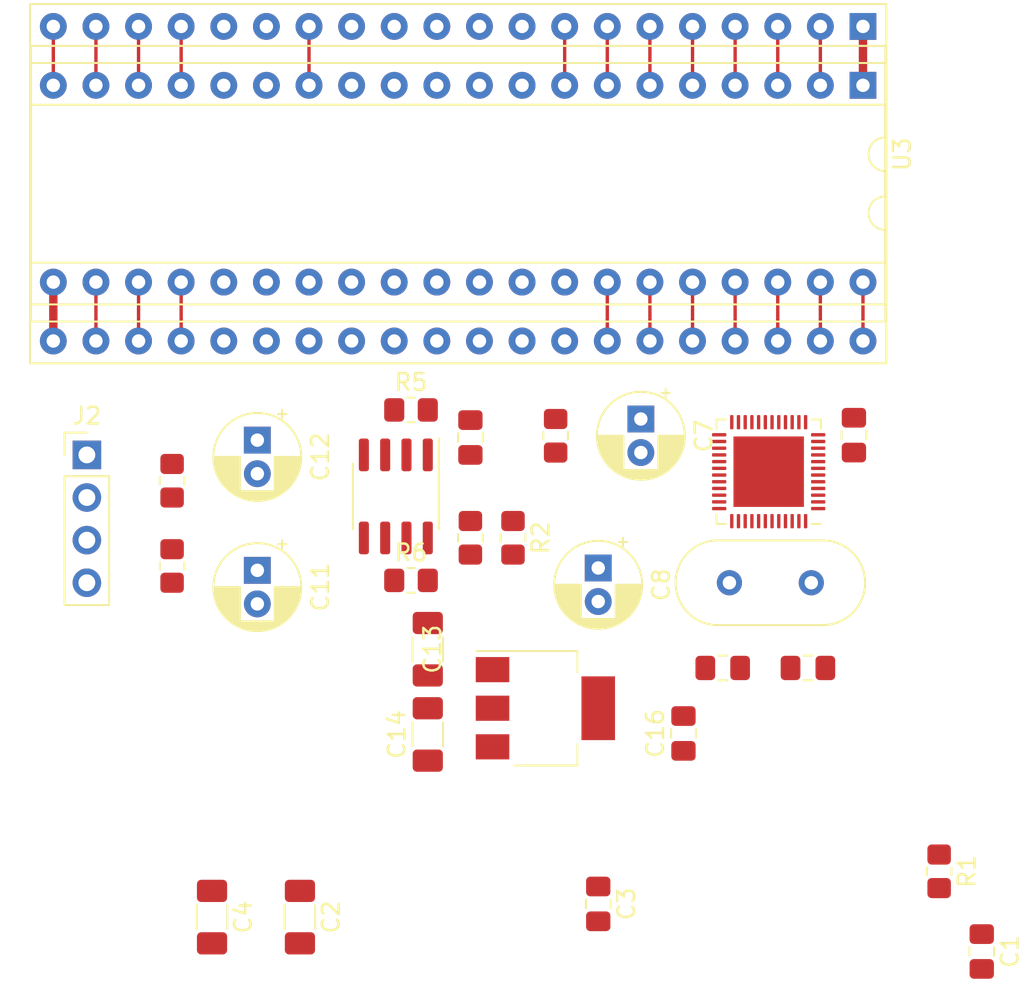
<source format=kicad_pcb>
(kicad_pcb (version 20221018) (generator pcbnew)
  (layers (0 "F.Cu" signal) (31 "B.Cu" signal) (34 "B.Paste" user) (35 "F.Paste" user) (36 "B.SilkS" user "B.Silkscreen") (37 "F.SilkS" user "F.Silkscreen") (38 "B.Mask" user) (39 "F.Mask" user) (44 "Edge.Cuts" user))
  (net 0 "")
  (net 1 "Net-(U2-VCM)")
  (net 2 "GND")
  (net 3 "Net-(U2-OUTVC12)")
  (net 4 "Net-(U2-X1)")
  (net 5 "Net-(U2-X2)")
  (net 6 "Net-(U2-AOUTL)")
  (net 7 "Net-(C7-Pad2)")
  (net 8 "Net-(U2-AOUTR)")
  (net 9 "Net-(C8-Pad2)")
  (net 10 "Net-(U1A-+)")
  (net 11 "GNDA")
  (net 12 "Net-(C11-Pad1)")
  (net 13 "Net-(J2-Pin_4)")
  (net 14 "Net-(C12-Pad1)")
  (net 15 "Net-(J2-Pin_1)")
  (net 16 "+5VA")
  (net 17 "+3.3V")
  (net 18 "/D1")
  (net 19 "/D2")
  (net 20 "/D3")
  (net 21 "/D4")
  (net 22 "/D5")
  (net 23 "/D6")
  (net 24 "/D7")
  (net 30 "/IOA2")
  (net 33 "/C")
  (net 34 "/B")
  (net 35 "/A")
  (net 36 "/SH")
  (net 37 "/OP-O")
  (net 38 "/{slash}RES")
  (net 48 "/{slash}CS")
  (net 49 "/{slash}WR")
  (net 50 "/{slash}RD")
  (net 51 "/A0")
  (net 52 "/M")
  (net 53 "/D0")
  (net 54 "Net-(U1A--)")
  (net 55 "Net-(U1B--)")
  (footprint "Resistor_SMD:R_0805_2012Metric_Pad1.20x1.40mm_HandSolder" (layer "F.Cu") (at 93.98 73.22 -90)
    (fp_text reference "R1" (at 0 -1.65 90) (layer "F.SilkS"))
    (fp_text value "10k")
    (pad "1" smd roundrect (at -1 0 270) (size 1.2 1.4) (layers "F.Cu" "F.Paste" "F.Mask") (roundrect_rratio 0.208333) (net 54 "Net-(U1A--)"))
    (pad "2" smd roundrect (at 1 0 270) (size 1.2 1.4) (layers "F.Cu" "F.Paste" "F.Mask") (roundrect_rratio 0.208333) (net 7 "Net-(C7-Pad2)"))
  )
  (footprint "Resistor_SMD:R_0805_2012Metric_Pad1.20x1.40mm_HandSolder" (layer "F.Cu") (at 48.26 49.94 90)
    (fp_text reference "R8" hide)
    (fp_text value "47k")
    (pad "1" smd roundrect (at -1 0 90) (size 1.2 1.4) (layers "F.Cu" "F.Paste" "F.Mask") (roundrect_rratio 0.208333) (net 11 "GNDA"))
    (pad "2" smd roundrect (at 1 0 90) (size 1.2 1.4) (layers "F.Cu" "F.Paste" "F.Mask") (roundrect_rratio 0.208333) (net 15 "Net-(J2-Pin_1)"))
  )
  (footprint "Resistor_SMD:R_0805_2012Metric_Pad1.20x1.40mm_HandSolder" (layer "F.Cu") (at 66.04 53.34 -90)
    (fp_text reference "R4" hide)
    (fp_text value "27k")
    (pad "1" smd roundrect (at -1 0 270) (size 1.2 1.4) (layers "F.Cu" "F.Paste" "F.Mask") (roundrect_rratio 0.208333) (net 10 "Net-(U1A-+)"))
    (pad "2" smd roundrect (at 1 0 270) (size 1.2 1.4) (layers "F.Cu" "F.Paste" "F.Mask") (roundrect_rratio 0.208333) (net 11 "GNDA"))
  )
  (footprint "Resistor_SMD:R_0805_2012Metric_Pad1.20x1.40mm_HandSolder" (layer "F.Cu") (at 48.26 55.02 -90)
    (fp_text reference "R7" hide)
    (fp_text value "47k")
    (pad "1" smd roundrect (at -1 0 270) (size 1.2 1.4) (layers "F.Cu" "F.Paste" "F.Mask") (roundrect_rratio 0.208333) (net 11 "GNDA"))
    (pad "2" smd roundrect (at 1 0 270) (size 1.2 1.4) (layers "F.Cu" "F.Paste" "F.Mask") (roundrect_rratio 0.208333) (net 13 "Net-(J2-Pin_4)"))
  )
  (footprint "Capacitor_SMD:C_0805_2012Metric_Pad1.18x1.45mm_HandSolder" (layer "F.Cu") (at 73.66 75.1625 -90)
    (fp_text reference "C3" (at 0 -1.68 90) (layer "F.SilkS"))
    (fp_text value "100n")
    (pad "1" smd roundrect (at -1.0375 0 270) (size 1.175 1.45) (layers "F.Cu" "F.Paste" "F.Mask") (roundrect_rratio 0.212766) (net 3 "Net-(U2-OUTVC12)"))
    (pad "2" smd roundrect (at 1.0375 0 270) (size 1.175 1.45) (layers "F.Cu" "F.Paste" "F.Mask") (roundrect_rratio 0.212766) (net 2 "GND"))
  )
  (footprint "Capacitor_THT:CP_Radial_D5.0mm_P2.00mm" (layer "F.Cu") (at 53.34 47.52 -90)
    (fp_text reference "C12" (at 1 -3.75 -90) (layer "F.SilkS"))
    (fp_text value "10u")
    (pad "1" thru_hole rect (at 0 0 270) (size 1.6 1.6) (drill 0.8) (layers "*.Cu" "*.Mask") (net 14 "Net-(C12-Pad1)"))
    (pad "2" thru_hole circle (at 2 0 270) (size 1.6 1.6) (drill 0.8) (layers "*.Cu" "*.Mask") (net 15 "Net-(J2-Pin_1)"))
  )
  (footprint "Package_DFN_QFN:QFN-48-1EP_6x6mm_P0.4mm_EP4.2x4.2mm" (layer "F.Cu") (at 83.82 49.4 180)
    (fp_text reference "U2" hide)
    (fp_text value "SAM2695")
    (pad "1" smd roundrect (at -2.95 -2.2 180) (size 0.85 0.2) (layers "F.Cu" "F.Paste" "F.Mask") (net 6 "Net-(U2-AOUTL)"))
    (pad "2" smd roundrect (at -2.95 -1.8 180) (size 0.85 0.2) (layers "F.Cu" "F.Paste" "F.Mask") (net 8 "Net-(U2-AOUTR)"))
    (pad "3" smd roundrect (at -2.95 -1.4 180) (size 0.85 0.2) (layers "F.Cu" "F.Paste" "F.Mask"))
    (pad "4" smd roundrect (at -2.95 -1 180) (size 0.85 0.2) (layers "F.Cu" "F.Paste" "F.Mask") (net 11 "GNDA"))
    (pad "5" smd roundrect (at -2.95 -0.6 180) (size 0.85 0.2) (layers "F.Cu" "F.Paste" "F.Mask") (net 1 "Net-(U2-VCM)"))
    (pad "6" smd roundrect (at -2.95 -0.2 180) (size 0.85 0.2) (layers "F.Cu" "F.Paste" "F.Mask") (net 17 "+3.3V"))
    (pad "7" smd roundrect (at -2.95 0.2 180) (size 0.85 0.2) (layers "F.Cu" "F.Paste" "F.Mask") (net 11 "GNDA"))
    (pad "8" smd roundrect (at -2.95 0.6 180) (size 0.85 0.2) (layers "F.Cu" "F.Paste" "F.Mask") (net 17 "+3.3V"))
    (pad "9" smd roundrect (at -2.95 1 180) (size 0.85 0.2) (layers "F.Cu" "F.Paste" "F.Mask") (net 2 "GND"))
    (pad "10" smd roundrect (at -2.95 1.4 180) (size 0.85 0.2) (layers "F.Cu" "F.Paste" "F.Mask") (net 2 "GND"))
    (pad "11" smd roundrect (at -2.95 1.8 180) (size 0.85 0.2) (layers "F.Cu" "F.Paste" "F.Mask") (net 17 "+3.3V"))
    (pad "12" smd roundrect (at -2.95 2.2 180) (size 0.85 0.2) (layers "F.Cu" "F.Paste" "F.Mask") (net 17 "+3.3V"))
    (pad "13" smd roundrect (at -2.2 2.95 180) (size 0.2 0.85) (layers "F.Cu" "F.Paste" "F.Mask") (net 2 "GND"))
    (pad "14" smd roundrect (at -1.8 2.95 180) (size 0.2 0.85) (layers "F.Cu" "F.Paste" "F.Mask") (net 2 "GND"))
    (pad "15" smd roundrect (at -1.4 2.95 180) (size 0.2 0.85) (layers "F.Cu" "F.Paste" "F.Mask") (net 2 "GND"))
    (pad "16" smd roundrect (at -1 2.95 180) (size 0.2 0.85) (layers "F.Cu" "F.Paste" "F.Mask") (net 30 "/IOA2"))
    (pad "17" smd roundrect (at -0.6 2.95 180) (size 0.2 0.85) (layers "F.Cu" "F.Paste" "F.Mask"))
    (pad "18" smd roundrect (at -0.2 2.95 180) (size 0.2 0.85) (layers "F.Cu" "F.Paste" "F.Mask") (net 2 "GND"))
    (pad "19" smd roundrect (at 0.2 2.95 180) (size 0.2 0.85) (layers "F.Cu" "F.Paste" "F.Mask"))
    (pad "20" smd roundrect (at 0.6 2.95 180) (size 0.2 0.85) (layers "F.Cu" "F.Paste" "F.Mask") (net 17 "+3.3V"))
    (pad "21" smd roundrect (at 1 2.95 180) (size 0.2 0.85) (layers "F.Cu" "F.Paste" "F.Mask"))
    (pad "22" smd roundrect (at 1.4 2.95 180) (size 0.2 0.85) (layers "F.Cu" "F.Paste" "F.Mask"))
    (pad "23" smd roundrect (at 1.8 2.95 180) (size 0.2 0.85) (layers "F.Cu" "F.Paste" "F.Mask"))
    (pad "24" smd roundrect (at 2.2 2.95 180) (size 0.2 0.85) (layers "F.Cu" "F.Paste" "F.Mask"))
    (pad "25" smd roundrect (at 2.95 2.2 180) (size 0.85 0.2) (layers "F.Cu" "F.Paste" "F.Mask") (net 2 "GND"))
    (pad "26" smd roundrect (at 2.95 1.8 180) (size 0.85 0.2) (layers "F.Cu" "F.Paste" "F.Mask"))
    (pad "27" smd roundrect (at 2.95 1.4 180) (size 0.85 0.2) (layers "F.Cu" "F.Paste" "F.Mask"))
    (pad "28" smd roundrect (at 2.95 1 180) (size 0.85 0.2) (layers "F.Cu" "F.Paste" "F.Mask"))
    (pad "29" smd roundrect (at 2.95 0.6 180) (size 0.85 0.2) (layers "F.Cu" "F.Paste" "F.Mask"))
    (pad "30" smd roundrect (at 2.95 0.2 180) (size 0.85 0.2) (layers "F.Cu" "F.Paste" "F.Mask"))
    (pad "31" smd roundrect (at 2.95 -0.2 180) (size 0.85 0.2) (layers "F.Cu" "F.Paste" "F.Mask") (net 17 "+3.3V"))
    (pad "32" smd roundrect (at 2.95 -0.6 180) (size 0.85 0.2) (layers "F.Cu" "F.Paste" "F.Mask"))
    (pad "33" smd roundrect (at 2.95 -1 180) (size 0.85 0.2) (layers "F.Cu" "F.Paste" "F.Mask"))
    (pad "34" smd roundrect (at 2.95 -1.4 180) (size 0.85 0.2) (layers "F.Cu" "F.Paste" "F.Mask") (net 3 "Net-(U2-OUTVC12)"))
    (pad "35" smd roundrect (at 2.95 -1.8 180) (size 0.85 0.2) (layers "F.Cu" "F.Paste" "F.Mask") (net 17 "+3.3V"))
    (pad "36" smd roundrect (at 2.95 -2.2 180) (size 0.85 0.2) (layers "F.Cu" "F.Paste" "F.Mask") (net 2 "GND"))
    (pad "37" smd roundrect (at 2.2 -2.95 180) (size 0.2 0.85) (layers "F.Cu" "F.Paste" "F.Mask"))
    (pad "38" smd roundrect (at 1.8 -2.95 180) (size 0.2 0.85) (layers "F.Cu" "F.Paste" "F.Mask") (net 38 "/{slash}RES"))
    (pad "39" smd roundrect (at 1.4 -2.95 180) (size 0.2 0.85) (layers "F.Cu" "F.Paste" "F.Mask") (net 4 "Net-(U2-X1)"))
    (pad "40" smd roundrect (at 1 -2.95 180) (size 0.2 0.85) (layers "F.Cu" "F.Paste" "F.Mask") (net 5 "Net-(U2-X2)"))
    (pad "41" smd roundrect (at 0.6 -2.95 180) (size 0.2 0.85) (layers "F.Cu" "F.Paste" "F.Mask") (net 17 "+3.3V"))
    (pad "42" smd roundrect (at 0.2 -2.95 180) (size 0.2 0.85) (layers "F.Cu" "F.Paste" "F.Mask"))
    (pad "43" smd roundrect (at -0.2 -2.95 180) (size 0.2 0.85) (layers "F.Cu" "F.Paste" "F.Mask"))
    (pad "44" smd roundrect (at -0.6 -2.95 180) (size 0.2 0.85) (layers "F.Cu" "F.Paste" "F.Mask"))
    (pad "45" smd roundrect (at -1 -2.95 180) (size 0.2 0.85) (layers "F.Cu" "F.Paste" "F.Mask") (net 2 "GND"))
    (pad "46" smd roundrect (at -1.4 -2.95 180) (size 0.2 0.85) (layers "F.Cu" "F.Paste" "F.Mask") (net 17 "+3.3V"))
    (pad "47" smd roundrect (at -1.8 -2.95 180) (size 0.2 0.85) (layers "F.Cu" "F.Paste" "F.Mask") (net 17 "+3.3V"))
    (pad "48" smd roundrect (at -2.2 -2.95 180) (size 0.2 0.85) (layers "F.Cu" "F.Paste" "F.Mask") (net 2 "GND"))
    (pad "49" smd rect (at 0 0 180) (size 4.2 4.2) (layers "F.Cu" "F.Mask") (net 2 "GND"))
  )
  (footprint "Capacitor_SMD:C_1206_3216Metric_Pad1.33x1.80mm_HandSolder" (layer "F.Cu") (at 50.64 75.95 -90)
    (fp_text reference "C4" (at 0 -1.85 90) (layer "F.SilkS"))
    (fp_text value "10u")
    (pad "1" smd roundrect (at -1.5625 0 270) (size 1.325 1.8) (layers "F.Cu" "F.Paste" "F.Mask") (roundrect_rratio 0.188679) (net 3 "Net-(U2-OUTVC12)"))
    (pad "2" smd roundrect (at 1.5625 0 270) (size 1.325 1.8) (layers "F.Cu" "F.Paste" "F.Mask") (roundrect_rratio 0.188679) (net 2 "GND"))
  )
  (footprint "Capacitor_SMD:C_1206_3216Metric_Pad1.33x1.80mm_HandSolder" (layer "F.Cu") (at 63.5 59.9825 90)
    (fp_text reference "C13" (at 0 0.28 90) (layer "F.SilkS"))
    (fp_text value "10u")
    (pad "1" smd roundrect (at -1.5625 0 90) (size 1.325 1.8) (layers "F.Cu" "F.Paste" "F.Mask") (roundrect_rratio 0.188679) (net 16 "+5VA"))
    (pad "2" smd roundrect (at 1.5625 0 90) (size 1.325 1.8) (layers "F.Cu" "F.Paste" "F.Mask") (roundrect_rratio 0.188679) (net 2 "GND"))
  )
  (footprint "Resistor_SMD:R_0805_2012Metric_Pad1.20x1.40mm_HandSolder" (layer "F.Cu") (at 62.5 45.72)
    (fp_text reference "R5" (at 0 -1.65) (layer "F.SilkS"))
    (fp_text value "10K")
    (pad "1" smd roundrect (at -1 0) (size 1.2 1.4) (layers "F.Cu" "F.Paste" "F.Mask") (roundrect_rratio 0.208333) (net 54 "Net-(U1A--)"))
    (pad "2" smd roundrect (at 1 0) (size 1.2 1.4) (layers "F.Cu" "F.Paste" "F.Mask") (roundrect_rratio 0.208333) (net 12 "Net-(C11-Pad1)"))
  )
  (footprint "Capacitor_SMD:C_0805_2012Metric_Pad1.18x1.45mm_HandSolder" (layer "F.Cu") (at 96.52 78 -90)
    (fp_text reference "C1" (at 0 -1.68 90) (layer "F.SilkS"))
    (fp_text value "100n")
    (pad "1" smd roundrect (at -1.0375 0 270) (size 1.175 1.45) (layers "F.Cu" "F.Paste" "F.Mask") (roundrect_rratio 0.212766) (net 1 "Net-(U2-VCM)"))
    (pad "2" smd roundrect (at 1.0375 0 270) (size 1.175 1.45) (layers "F.Cu" "F.Paste" "F.Mask") (roundrect_rratio 0.212766) (net 2 "GND"))
  )
  (footprint "Capacitor_SMD:C_1206_3216Metric_Pad1.33x1.80mm_HandSolder" (layer "F.Cu") (at 63.5 65.0625 90)
    (fp_text reference "C14" (at 0 -1.85 90) (layer "F.SilkS"))
    (fp_text value "10u")
    (pad "1" smd roundrect (at -1.5625 0 90) (size 1.325 1.8) (layers "F.Cu" "F.Paste" "F.Mask") (roundrect_rratio 0.188679) (net 17 "+3.3V"))
    (pad "2" smd roundrect (at 1.5625 0 90) (size 1.325 1.8) (layers "F.Cu" "F.Paste" "F.Mask") (roundrect_rratio 0.188679) (net 2 "GND"))
  )
  (footprint "Capacitor_SMD:C_0805_2012Metric_Pad1.18x1.45mm_HandSolder" (layer "F.Cu") (at 81.08 61.1)
    (fp_text reference "C5" hide)
    (fp_text value "22p")
    (pad "1" smd roundrect (at -1.0375 0) (size 1.175 1.45) (layers "F.Cu" "F.Paste" "F.Mask") (roundrect_rratio 0.212766) (net 4 "Net-(U2-X1)"))
    (pad "2" smd roundrect (at 1.0375 0) (size 1.175 1.45) (layers "F.Cu" "F.Paste" "F.Mask") (roundrect_rratio 0.212766) (net 2 "GND"))
  )
  (footprint "Package_DIP:DIP-40_W15.24mm_Socket" (layer "F.Cu") (at 89.44 26.37 -90)
    (fp_text reference "J1" hide)
    (fp_text value "YM2203_Conn" hide)
    (pad "1" thru_hole rect (at 0 0 270) (size 1.6 1.6) (drill 0.8) (layers "*.Cu" "*.Mask") (net 2 "GND"))
    (pad "2" thru_hole oval (at 0 2.54 270) (size 1.6 1.6) (drill 0.8) (layers "*.Cu" "*.Mask") (net 18 "/D1"))
    (pad "3" thru_hole oval (at 0 5.08 270) (size 1.6 1.6) (drill 0.8) (layers "*.Cu" "*.Mask") (net 19 "/D2"))
    (pad "4" thru_hole oval (at 0 7.62 270) (size 1.6 1.6) (drill 0.8) (layers "*.Cu" "*.Mask") (net 20 "/D3"))
    (pad "5" thru_hole oval (at 0 10.16 270) (size 1.6 1.6) (drill 0.8) (layers "*.Cu" "*.Mask") (net 21 "/D4"))
    (pad "6" thru_hole oval (at 0 12.7 270) (size 1.6 1.6) (drill 0.8) (layers "*.Cu" "*.Mask") (net 22 "/D5"))
    (pad "7" thru_hole oval (at 0 15.24 270) (size 1.6 1.6) (drill 0.8) (layers "*.Cu" "*.Mask") (net 23 "/D6"))
    (pad "8" thru_hole oval (at 0 17.78 270) (size 1.6 1.6) (drill 0.8) (layers "*.Cu" "*.Mask") (net 24 "/D7"))
    (pad "9" thru_hole oval (at 0 20.32 270) (size 1.6 1.6) (drill 0.8) (layers "*.Cu" "*.Mask"))
    (pad "10" thru_hole oval (at 0 22.86 270) (size 1.6 1.6) (drill 0.8) (layers "*.Cu" "*.Mask"))
    (pad "11" thru_hole oval (at 0 25.4 270) (size 1.6 1.6) (drill 0.8) (layers "*.Cu" "*.Mask"))
    (pad "12" thru_hole oval (at 0 27.94 270) (size 1.6 1.6) (drill 0.8) (layers "*.Cu" "*.Mask"))
    (pad "13" thru_hole oval (at 0 30.48 270) (size 1.6 1.6) (drill 0.8) (layers "*.Cu" "*.Mask"))
    (pad "14" thru_hole oval (at 0 33.02 270) (size 1.6 1.6) (drill 0.8) (layers "*.Cu" "*.Mask") (net 30 "/IOA2"))
    (pad "15" thru_hole oval (at 0 35.56 270) (size 1.6 1.6) (drill 0.8) (layers "*.Cu" "*.Mask"))
    (pad "16" thru_hole oval (at 0 38.1 270) (size 1.6 1.6) (drill 0.8) (layers "*.Cu" "*.Mask"))
    (pad "17" thru_hole oval (at 0 40.64 270) (size 1.6 1.6) (drill 0.8) (layers "*.Cu" "*.Mask") (net 11 "GNDA"))
    (pad "18" thru_hole oval (at 0 43.18 270) (size 1.6 1.6) (drill 0.8) (layers "*.Cu" "*.Mask") (net 33 "/C"))
    (pad "19" thru_hole oval (at 0 45.72 270) (size 1.6 1.6) (drill 0.8) (layers "*.Cu" "*.Mask") (net 34 "/B"))
    (pad "20" thru_hole oval (at 0 48.26 270) (size 1.6 1.6) (drill 0.8) (layers "*.Cu" "*.Mask") (net 35 "/A"))
    (pad "21" thru_hole oval (at 15.24 48.26 270) (size 1.6 1.6) (drill 0.8) (layers "*.Cu" "*.Mask") (net 16 "+5VA"))
    (pad "22" thru_hole oval (at 15.24 45.72 270) (size 1.6 1.6) (drill 0.8) (layers "*.Cu" "*.Mask") (net 36 "/SH"))
    (pad "23" thru_hole oval (at 15.24 43.18 270) (size 1.6 1.6) (drill 0.8) (layers "*.Cu" "*.Mask") (net 37 "/OP-O"))
    (pad "24" thru_hole oval (at 15.24 40.64 270) (size 1.6 1.6) (drill 0.8) (layers "*.Cu" "*.Mask") (net 38 "/{slash}RES"))
    (pad "25" thru_hole oval (at 15.24 38.1 270) (size 1.6 1.6) (drill 0.8) (layers "*.Cu" "*.Mask"))
    (pad "26" thru_hole oval (at 15.24 35.56 270) (size 1.6 1.6) (drill 0.8) (layers "*.Cu" "*.Mask"))
    (pad "27" thru_hole oval (at 15.24 33.02 270) (size 1.6 1.6) (drill 0.8) (layers "*.Cu" "*.Mask"))
    (pad "28" thru_hole oval (at 15.24 30.48 270) (size 1.6 1.6) (drill 0.8) (layers "*.Cu" "*.Mask"))
    (pad "29" thru_hole oval (at 15.24 27.94 270) (size 1.6 1.6) (drill 0.8) (layers "*.Cu" "*.Mask"))
    (pad "30" thru_hole oval (at 15.24 25.4 270) (size 1.6 1.6) (drill 0.8) (layers "*.Cu" "*.Mask"))
    (pad "31" thru_hole oval (at 15.24 22.86 270) (size 1.6 1.6) (drill 0.8) (layers "*.Cu" "*.Mask"))
    (pad "32" thru_hole oval (at 15.24 20.32 270) (size 1.6 1.6) (drill 0.8) (layers "*.Cu" "*.Mask"))
    (pad "33" thru_hole oval (at 15.24 17.78 270) (size 1.6 1.6) (drill 0.8) (layers "*.Cu" "*.Mask"))
    (pad "34" thru_hole oval (at 15.24 15.24 270) (size 1.6 1.6) (drill 0.8) (layers "*.Cu" "*.Mask") (net 48 "/{slash}CS"))
    (pad "35" thru_hole oval (at 15.24 12.7 270) (size 1.6 1.6) (drill 0.8) (layers "*.Cu" "*.Mask") (net 49 "/{slash}WR"))
    (pad "36" thru_hole oval (at 15.24 10.16 270) (size 1.6 1.6) (drill 0.8) (layers "*.Cu" "*.Mask") (net 50 "/{slash}RD"))
    (pad "37" thru_hole oval (at 15.24 7.62 270) (size 1.6 1.6) (drill 0.8) (layers "*.Cu" "*.Mask") (net 51 "/A0"))
    (pad "38" thru_hole oval (at 15.24 5.08 270) (size 1.6 1.6) (drill 0.8) (layers "*.Cu" "*.Mask") (net 52 "/M"))
    (pad "39" thru_hole oval (at 15.24 2.54 270) (size 1.6 1.6) (drill 0.8) (layers "*.Cu" "*.Mask") (net 36 "/SH"))
    (pad "40" thru_hole oval (at 15.24 0 270) (size 1.6 1.6) (drill 0.8) (layers "*.Cu" "*.Mask") (net 53 "/D0"))
  )
  (footprint "Capacitor_SMD:C_1206_3216Metric_Pad1.33x1.80mm_HandSolder" (layer "F.Cu") (at 55.88 75.95 -90)
    (fp_text reference "C2" (at 0 -1.85 90) (layer "F.SilkS"))
    (fp_text value "10u")
    (pad "1" smd roundrect (at -1.5625 0 270) (size 1.325 1.8) (layers "F.Cu" "F.Paste" "F.Mask") (roundrect_rratio 0.188679) (net 1 "Net-(U2-VCM)"))
    (pad "2" smd roundrect (at 1.5625 0 270) (size 1.325 1.8) (layers "F.Cu" "F.Paste" "F.Mask") (roundrect_rratio 0.188679) (net 2 "GND"))
  )
  (footprint "Capacitor_SMD:C_0805_2012Metric_Pad1.18x1.45mm_HandSolder" (layer "F.Cu") (at 88.9 47.2225 -90)
    (fp_text reference "C15" hide)
    (fp_text value "100n")
    (pad "1" smd roundrect (at -1.0375 0 270) (size 1.175 1.45) (layers "F.Cu" "F.Paste" "F.Mask") (roundrect_rratio 0.212766) (net 17 "+3.3V"))
    (pad "2" smd roundrect (at 1.0375 0 270) (size 1.175 1.45) (layers "F.Cu" "F.Paste" "F.Mask") (roundrect_rratio 0.212766) (net 2 "GND"))
  )
  (footprint "Package_TO_SOT_SMD:SOT-223-3_TabPin2" (layer "F.Cu") (at 70.51 63.5)
    (fp_text reference "U4" hide)
    (fp_text value "1117-3.3")
    (pad "1" smd rect (at -3.15 -2.3) (size 2 1.5) (layers "F.Cu" "F.Paste" "F.Mask") (net 2 "GND"))
    (pad "2" smd rect (at -3.15 0) (size 2 1.5) (layers "F.Cu" "F.Paste" "F.Mask") (net 17 "+3.3V"))
    (pad "2" smd rect (at 3.15 0) (size 2 3.8) (layers "F.Cu" "F.Paste" "F.Mask") (net 17 "+3.3V"))
    (pad "3" smd rect (at -3.15 2.3) (size 2 1.5) (layers "F.Cu" "F.Paste" "F.Mask") (net 16 "+5VA"))
  )
  (footprint "Capacitor_THT:CP_Radial_D5.0mm_P2.00mm" (layer "F.Cu") (at 53.34 55.28 -90)
    (fp_text reference "C11" (at 1 -3.75 -90) (layer "F.SilkS"))
    (fp_text value "10u")
    (pad "1" thru_hole rect (at 0 0 270) (size 1.6 1.6) (drill 0.8) (layers "*.Cu" "*.Mask") (net 12 "Net-(C11-Pad1)"))
    (pad "2" thru_hole circle (at 2 0 270) (size 1.6 1.6) (drill 0.8) (layers "*.Cu" "*.Mask") (net 13 "Net-(J2-Pin_4)"))
  )
  (footprint "Resistor_SMD:R_0805_2012Metric_Pad1.20x1.40mm_HandSolder" (layer "F.Cu") (at 71.12 47.26 -90)
    (fp_text reference "R3" hide)
    (fp_text value "47k")
    (pad "1" smd roundrect (at -1 0 270) (size 1.2 1.4) (layers "F.Cu" "F.Paste" "F.Mask") (roundrect_rratio 0.208333) (net 10 "Net-(U1A-+)"))
    (pad "2" smd roundrect (at 1 0 270) (size 1.2 1.4) (layers "F.Cu" "F.Paste" "F.Mask") (roundrect_rratio 0.208333) (net 16 "+5VA"))
  )
  (footprint "Capacitor_THT:CP_Radial_D5.0mm_P2.00mm" (layer "F.Cu") (at 73.66 55.14 -90)
    (fp_text reference "C8" (at 1 -3.75 -90) (layer "F.SilkS"))
    (fp_text value "10u")
    (pad "1" thru_hole rect (at 0 0 270) (size 1.6 1.6) (drill 0.8) (layers "*.Cu" "*.Mask") (net 8 "Net-(U2-AOUTR)"))
    (pad "2" thru_hole circle (at 2 0 270) (size 1.6 1.6) (drill 0.8) (layers "*.Cu" "*.Mask") (net 9 "Net-(C8-Pad2)"))
  )
  (footprint "Resistor_SMD:R_0805_2012Metric_Pad1.20x1.40mm_HandSolder" (layer "F.Cu") (at 68.58 53.34 -90)
    (fp_text reference "R2" (at 0 -1.65 90) (layer "F.SilkS"))
    (fp_text value "10k")
    (pad "1" smd roundrect (at -1 0 270) (size 1.2 1.4) (layers "F.Cu" "F.Paste" "F.Mask") (roundrect_rratio 0.208333) (net 55 "Net-(U1B--)"))
    (pad "2" smd roundrect (at 1 0 270) (size 1.2 1.4) (layers "F.Cu" "F.Paste" "F.Mask") (roundrect_rratio 0.208333) (net 9 "Net-(C8-Pad2)"))
  )
  (footprint "Capacitor_SMD:C_0805_2012Metric_Pad1.18x1.45mm_HandSolder" (layer "F.Cu") (at 78.74 65.0025 90)
    (fp_text reference "C16" (at 0 -1.68 90) (layer "F.SilkS"))
    (fp_text value "100n")
    (pad "1" smd roundrect (at -1.0375 0 90) (size 1.175 1.45) (layers "F.Cu" "F.Paste" "F.Mask") (roundrect_rratio 0.212766) (net 17 "+3.3V"))
    (pad "2" smd roundrect (at 1.0375 0 90) (size 1.175 1.45) (layers "F.Cu" "F.Paste" "F.Mask") (roundrect_rratio 0.212766) (net 2 "GND"))
  )
  (footprint "Capacitor_SMD:C_0805_2012Metric_Pad1.18x1.45mm_HandSolder" (layer "F.Cu") (at 66.04 47.3625 90)
    (fp_text reference "C10" hide)
    (fp_text value "100n")
    (pad "1" smd roundrect (at -1.0375 0 90) (size 1.175 1.45) (layers "F.Cu" "F.Paste" "F.Mask") (roundrect_rratio 0.212766) (net 11 "GNDA"))
    (pad "2" smd roundrect (at 1.0375 0 90) (size 1.175 1.45) (layers "F.Cu" "F.Paste" "F.Mask") (roundrect_rratio 0.212766) (net 10 "Net-(U1A-+)"))
  )
  (footprint "Capacitor_THT:CP_Radial_D5.0mm_P2.00mm" (layer "F.Cu") (at 76.2 46.26 -90)
    (fp_text reference "C7" (at 1 -3.75 -90) (layer "F.SilkS"))
    (fp_text value "10u")
    (pad "1" thru_hole rect (at 0 0 270) (size 1.6 1.6) (drill 0.8) (layers "*.Cu" "*.Mask") (net 6 "Net-(U2-AOUTL)"))
    (pad "2" thru_hole circle (at 2 0 270) (size 1.6 1.6) (drill 0.8) (layers "*.Cu" "*.Mask") (net 7 "Net-(C7-Pad2)"))
  )
  (footprint "Crystal:Crystal_HC49-U_Vertical" (layer "F.Cu") (at 81.48 56.02)
    (fp_text reference "ZQ1" hide)
    (fp_text value "12MHz" hide)
    (pad "1" thru_hole circle (at 0 0) (size 1.5 1.5) (drill 0.8) (layers "*.Cu" "*.Mask") (net 4 "Net-(U2-X1)"))
    (pad "2" thru_hole circle (at 4.88 0) (size 1.5 1.5) (drill 0.8) (layers "*.Cu" "*.Mask") (net 5 "Net-(U2-X2)"))
  )
  (footprint "Capacitor_SMD:C_0805_2012Metric_Pad1.18x1.45mm_HandSolder" (layer "F.Cu") (at 86.16 61.1)
    (fp_text reference "C6" hide)
    (fp_text value "22p")
    (pad "1" smd roundrect (at -1.0375 0) (size 1.175 1.45) (layers "F.Cu" "F.Paste" "F.Mask") (roundrect_rratio 0.212766) (net 2 "GND"))
    (pad "2" smd roundrect (at 1.0375 0) (size 1.175 1.45) (layers "F.Cu" "F.Paste" "F.Mask") (roundrect_rratio 0.212766) (net 5 "Net-(U2-X2)"))
  )
  (footprint "Package_SO:SOIC-8_3.9x4.9mm_P1.27mm" (layer "F.Cu") (at 61.595 50.875 -90)
    (fp_text reference "U1" hide)
    (fp_text value "LM358D")
    (pad "1" smd roundrect (at -2.475 -1.905 270) (size 1.95 0.6) (layers "F.Cu" "F.Paste" "F.Mask") (net 12 "Net-(C11-Pad1)"))
    (pad "2" smd roundrect (at -2.475 -0.635 270) (size 1.95 0.6) (layers "F.Cu" "F.Paste" "F.Mask") (net 54 "Net-(U1A--)"))
    (pad "3" smd roundrect (at -2.475 0.635 270) (size 1.95 0.6) (layers "F.Cu" "F.Paste" "F.Mask") (net 10 "Net-(U1A-+)"))
    (pad "4" smd roundrect (at -2.475 1.905 270) (size 1.95 0.6) (layers "F.Cu" "F.Paste" "F.Mask") (net 11 "GNDA"))
    (pad "5" smd roundrect (at 2.475 1.905 270) (size 1.95 0.6) (layers "F.Cu" "F.Paste" "F.Mask") (net 10 "Net-(U1A-+)"))
    (pad "6" smd roundrect (at 2.475 0.635 270) (size 1.95 0.6) (layers "F.Cu" "F.Paste" "F.Mask") (net 55 "Net-(U1B--)"))
    (pad "7" smd roundrect (at 2.475 -0.635 270) (size 1.95 0.6) (layers "F.Cu" "F.Paste" "F.Mask") (net 14 "Net-(C12-Pad1)"))
    (pad "8" smd roundrect (at 2.475 -1.905 270) (size 1.95 0.6) (layers "F.Cu" "F.Paste" "F.Mask") (net 16 "+5VA"))
  )
  (footprint "Resistor_SMD:R_0805_2012Metric_Pad1.20x1.40mm_HandSolder" (layer "F.Cu") (at 62.5 55.88)
    (fp_text reference "R6" (at 0 -1.65) (layer "F.SilkS"))
    (fp_text value "10K")
    (pad "1" smd roundrect (at -1 0) (size 1.2 1.4) (layers "F.Cu" "F.Paste" "F.Mask") (roundrect_rratio 0.208333) (net 55 "Net-(U1B--)"))
    (pad "2" smd roundrect (at 1 0) (size 1.2 1.4) (layers "F.Cu" "F.Paste" "F.Mask") (roundrect_rratio 0.208333) (net 14 "Net-(C12-Pad1)"))
  )
  (footprint "Connector_PinHeader_2.54mm:PinHeader_1x04_P2.54mm_Vertical" (layer "F.Cu") (at 43.18 48.4)
    (fp_text reference "J2" (at 0 -2.33) (layer "F.SilkS"))
    (fp_text value "Conn_01x04" hide)
    (pad "1" thru_hole rect (at 0 0) (size 1.7 1.7) (drill 1) (layers "*.Cu" "*.Mask") (net 15 "Net-(J2-Pin_1)"))
    (pad "2" thru_hole oval (at 0 2.54) (size 1.7 1.7) (drill 1) (layers "*.Cu" "*.Mask") (net 11 "GNDA"))
    (pad "3" thru_hole oval (at 0 5.08) (size 1.7 1.7) (drill 1) (layers "*.Cu" "*.Mask") (net 11 "GNDA"))
    (pad "4" thru_hole oval (at 0 7.62) (size 1.7 1.7) (drill 1) (layers "*.Cu" "*.Mask") (net 13 "Net-(J2-Pin_4)"))
  )
  (footprint "Package_DIP:DIP-40_W15.24mm_Socket" (layer "F.Cu") (at 89.44 22.86 -90)
    (fp_text reference "U3" (at 7.62 -2.33 90) (layer "F.SilkS"))
    (fp_text value "YM2203")
    (pad "1" thru_hole rect (at 0 0 270) (size 1.6 1.6) (drill 0.8) (layers "*.Cu" "*.Mask") (net 2 "GND"))
    (pad "2" thru_hole oval (at 0 2.54 270) (size 1.6 1.6) (drill 0.8) (layers "*.Cu" "*.Mask") (net 18 "/D1"))
    (pad "3" thru_hole oval (at 0 5.08 270) (size 1.6 1.6) (drill 0.8) (layers "*.Cu" "*.Mask") (net 19 "/D2"))
    (pad "4" thru_hole oval (at 0 7.62 270) (size 1.6 1.6) (drill 0.8) (layers "*.Cu" "*.Mask") (net 20 "/D3"))
    (pad "5" thru_hole oval (at 0 10.16 270) (size 1.6 1.6) (drill 0.8) (layers "*.Cu" "*.Mask") (net 21 "/D4"))
    (pad "6" thru_hole oval (at 0 12.7 270) (size 1.6 1.6) (drill 0.8) (layers "*.Cu" "*.Mask") (net 22 "/D5"))
    (pad "7" thru_hole oval (at 0 15.24 270) (size 1.6 1.6) (drill 0.8) (layers "*.Cu" "*.Mask") (net 23 "/D6"))
    (pad "8" thru_hole oval (at 0 17.78 270) (size 1.6 1.6) (drill 0.8) (layers "*.Cu" "*.Mask") (net 24 "/D7"))
    (pad "9" thru_hole oval (at 0 20.32 270) (size 1.6 1.6) (drill 0.8) (layers "*.Cu" "*.Mask"))
    (pad "10" thru_hole oval (at 0 22.86 270) (size 1.6 1.6) (drill 0.8) (layers "*.Cu" "*.Mask"))
    (pad "11" thru_hole oval (at 0 25.4 270) (size 1.6 1.6) (drill 0.8) (layers "*.Cu" "*.Mask"))
    (pad "12" thru_hole oval (at 0 27.94 270) (size 1.6 1.6) (drill 0.8) (layers "*.Cu" "*.Mask"))
    (pad "13" thru_hole oval (at 0 30.48 270) (size 1.6 1.6) (drill 0.8) (layers "*.Cu" "*.Mask"))
    (pad "14" thru_hole oval (at 0 33.02 270) (size 1.6 1.6) (drill 0.8) (layers "*.Cu" "*.Mask") (net 30 "/IOA2"))
    (pad "15" thru_hole oval (at 0 35.56 270) (size 1.6 1.6) (drill 0.8) (layers "*.Cu" "*.Mask"))
    (pad "16" thru_hole oval (at 0 38.1 270) (size 1.6 1.6) (drill 0.8) (layers "*.Cu" "*.Mask"))
    (pad "17" thru_hole oval (at 0 40.64 270) (size 1.6 1.6) (drill 0.8) (layers "*.Cu" "*.Mask") (net 11 "GNDA"))
    (pad "18" thru_hole oval (at 0 43.18 270) (size 1.6 1.6) (drill 0.8) (layers "*.Cu" "*.Mask") (net 33 "/C"))
    (pad "19" thru_hole oval (at 0 45.72 270) (size 1.6 1.6) (drill 0.8) (layers "*.Cu" "*.Mask") (net 34 "/B"))
    (pad "20" thru_hole oval (at 0 48.26 270) (size 1.6 1.6) (drill 0.8) (layers "*.Cu" "*.Mask") (net 35 "/A"))
    (pad "21" thru_hole oval (at 15.24 48.26 270) (size 1.6 1.6) (drill 0.8) (layers "*.Cu" "*.Mask") (net 16 "+5VA"))
    (pad "22" thru_hole oval (at 15.24 45.72 270) (size 1.6 1.6) (drill 0.8) (layers "*.Cu" "*.Mask") (net 36 "/SH"))
    (pad "23" thru_hole oval (at 15.24 43.18 270) (size 1.6 1.6) (drill 0.8) (layers "*.Cu" "*.Mask") (net 37 "/OP-O"))
    (pad "24" thru_hole oval (at 15.24 40.64 270) (size 1.6 1.6) (drill 0.8) (layers "*.Cu" "*.Mask") (net 38 "/{slash}RES"))
    (pad "25" thru_hole oval (at 15.24 38.1 270) (size 1.6 1.6) (drill 0.8) (layers "*.Cu" "*.Mask"))
    (pad "26" thru_hole oval (at 15.24 35.56 270) (size 1.6 1.6) (drill 0.8) (layers "*.Cu" "*.Mask"))
    (pad "27" thru_hole oval (at 15.24 33.02 270) (size 1.6 1.6) (drill 0.8) (layers "*.Cu" "*.Mask"))
    (pad "28" thru_hole oval (at 15.24 30.48 270) (size 1.6 1.6) (drill 0.8) (layers "*.Cu" "*.Mask"))
    (pad "29" thru_hole oval (at 15.24 27.94 270) (size 1.6 1.6) (drill 0.8) (layers "*.Cu" "*.Mask"))
    (pad "30" thru_hole oval (at 15.24 25.4 270) (size 1.6 1.6) (drill 0.8) (layers "*.Cu" "*.Mask"))
    (pad "31" thru_hole oval (at 15.24 22.86 270) (size 1.6 1.6) (drill 0.8) (layers "*.Cu" "*.Mask"))
    (pad "32" thru_hole oval (at 15.24 20.32 270) (size 1.6 1.6) (drill 0.8) (layers "*.Cu" "*.Mask"))
    (pad "33" thru_hole oval (at 15.24 17.78 270) (size 1.6 1.6) (drill 0.8) (layers "*.Cu" "*.Mask"))
    (pad "34" thru_hole oval (at 15.24 15.24 270) (size 1.6 1.6) (drill 0.8) (layers "*.Cu" "*.Mask") (net 48 "/{slash}CS"))
    (pad "35" thru_hole oval (at 15.24 12.7 270) (size 1.6 1.6) (drill 0.8) (layers "*.Cu" "*.Mask") (net 49 "/{slash}WR"))
    (pad "36" thru_hole oval (at 15.24 10.16 270) (size 1.6 1.6) (drill 0.8) (layers "*.Cu" "*.Mask") (net 50 "/{slash}RD"))
    (pad "37" thru_hole oval (at 15.24 7.62 270) (size 1.6 1.6) (drill 0.8) (layers "*.Cu" "*.Mask") (net 51 "/A0"))
    (pad "38" thru_hole oval (at 15.24 5.08 270) (size 1.6 1.6) (drill 0.8) (layers "*.Cu" "*.Mask") (net 52 "/M"))
    (pad "39" thru_hole oval (at 15.24 2.54 270) (size 1.6 1.6) (drill 0.8) (layers "*.Cu" "*.Mask") (net 36 "/SH"))
    (pad "40" thru_hole oval (at 15.24 0 270) (size 1.6 1.6) (drill 0.8) (layers "*.Cu" "*.Mask") (net 53 "/D0"))
  )
  (segment (start 89.44 22.86) (end 89.44 26.37) (width 0.5) (layer "F.Cu") (net 2))
  (segment (start 48.8 22.86) (end 48.8 26.37) (width 0.2) (layer "F.Cu") (net 11))
  (segment (start 41.18 38.1) (end 41.18 41.61) (width 0.5) (layer "F.Cu") (net 16))
  (segment (start 86.9 22.86) (end 86.9 26.37) (width 0.2) (layer "F.Cu") (net 18))
  (segment (start 84.36 22.86) (end 84.36 26.37) (width 0.2) (layer "F.Cu") (net 19))
  (segment (start 81.82 22.86) (end 81.82 26.37) (width 0.2) (layer "F.Cu") (net 20))
  (segment (start 79.28 22.86) (end 79.28 26.37) (width 0.2) (layer "F.Cu") (net 21))
  (segment (start 76.74 22.86) (end 76.74 26.37) (width 0.2) (layer "F.Cu") (net 22))
  (segment (start 74.2 22.86) (end 74.2 26.37) (width 0.2) (layer "F.Cu") (net 23))
  (segment (start 71.66 22.86) (end 71.66 26.37) (width 0.2) (layer "F.Cu") (net 24))
  (segment (start 56.42 22.86) (end 56.42 26.37) (width 0.2) (layer "F.Cu") (net 30))
  (segment (start 46.26 22.86) (end 46.26 26.37) (width 0.2) (layer "F.Cu") (net 33))
  (segment (start 43.72 22.86) (end 43.72 26.37) (width 0.2) (layer "F.Cu") (net 34))
  (segment (start 41.18 22.86) (end 41.18 26.37) (width 0.2) (layer "F.Cu") (net 35))
  (segment (start 86.9 38.1) (end 86.9 41.61) (width 0.2) (layer "F.Cu") (net 36))
  (segment (start 43.72 38.1) (end 43.72 41.61) (width 0.2) (layer "F.Cu") (net 36))
  (segment (start 46.26 38.1) (end 46.26 41.61) (width 0.2) (layer "F.Cu") (net 37))
  (segment (start 48.8 38.1) (end 48.8 41.61) (width 0.2) (layer "F.Cu") (net 38))
  (segment (start 74.2 38.1) (end 74.2 41.61) (width 0.2) (layer "F.Cu") (net 48))
  (segment (start 76.74 38.1) (end 76.74 41.61) (width 0.2) (layer "F.Cu") (net 49))
  (segment (start 79.28 38.1) (end 79.28 41.61) (width 0.2) (layer "F.Cu") (net 50))
  (segment (start 81.82 38.1) (end 81.82 41.61) (width 0.2) (layer "F.Cu") (net 51))
  (segment (start 84.36 38.1) (end 84.36 41.61) (width 0.2) (layer "F.Cu") (net 52))
  (segment (start 89.44 38.1) (end 89.44 41.61) (width 0.2) (layer "F.Cu") (net 53))
)
</source>
